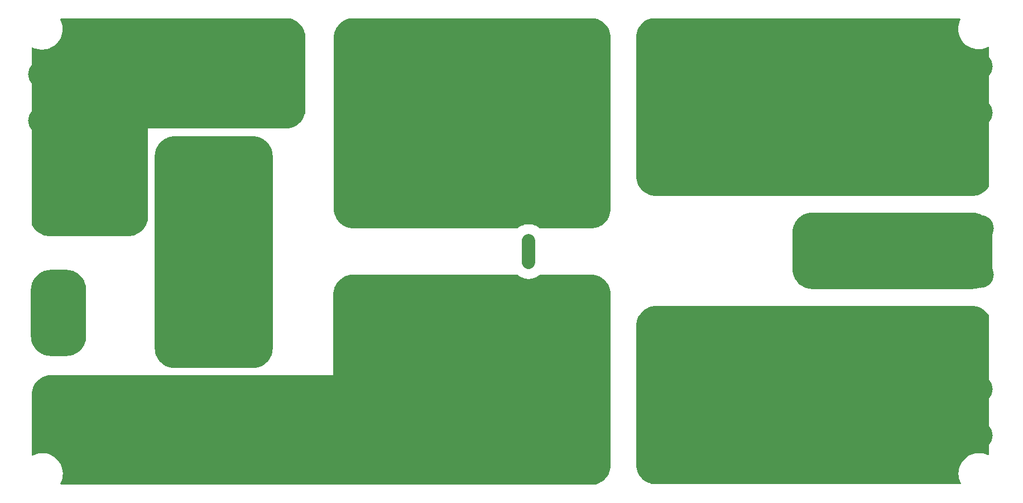
<source format=gbr>
%TF.GenerationSoftware,KiCad,Pcbnew,(6.0.0)*%
%TF.CreationDate,2022-08-03T23:01:30+01:00*%
%TF.ProjectId,EMI-DC BLOCKR FILTER,454d492d-4443-4204-924c-4f434b522046,rev?*%
%TF.SameCoordinates,Original*%
%TF.FileFunction,Copper,L1,Top*%
%TF.FilePolarity,Positive*%
%FSLAX46Y46*%
G04 Gerber Fmt 4.6, Leading zero omitted, Abs format (unit mm)*
G04 Created by KiCad (PCBNEW (6.0.0)) date 2022-08-03 23:01:30*
%MOMM*%
%LPD*%
G01*
G04 APERTURE LIST*
%TA.AperFunction,ComponentPad*%
%ADD10C,2.400000*%
%TD*%
%TA.AperFunction,ComponentPad*%
%ADD11R,2.400000X2.400000*%
%TD*%
%TA.AperFunction,ComponentPad*%
%ADD12O,2.400000X2.400000*%
%TD*%
%TA.AperFunction,ComponentPad*%
%ADD13C,5.000000*%
%TD*%
%TA.AperFunction,ComponentPad*%
%ADD14C,4.000000*%
%TD*%
%TA.AperFunction,ComponentPad*%
%ADD15C,2.000000*%
%TD*%
%TA.AperFunction,ComponentPad*%
%ADD16O,1.600000X1.600000*%
%TD*%
%TA.AperFunction,ComponentPad*%
%ADD17R,4.000000X4.000000*%
%TD*%
%TA.AperFunction,ComponentPad*%
%ADD18C,1.600000*%
%TD*%
%TA.AperFunction,ComponentPad*%
%ADD19C,2.857500*%
%TD*%
%TA.AperFunction,ComponentPad*%
%ADD20R,2.857500X2.857500*%
%TD*%
%TA.AperFunction,ViaPad*%
%ADD21C,1.500000*%
%TD*%
%TA.AperFunction,Conductor*%
%ADD22C,2.000000*%
%TD*%
G04 APERTURE END LIST*
D10*
%TO.P,,1*%
%TO.N,/HOT_OUT*%
X186639200Y-108051600D03*
%TD*%
%TO.P,,2*%
%TO.N,/NEUTRAL_IN*%
X130606800Y-80518000D03*
%TD*%
D11*
%TO.P,D4,1,K*%
%TO.N,/HOT_IN*%
X80037756Y-124026917D03*
D12*
%TO.P,D4,2,A*%
%TO.N,Net-(D1-Pad2)*%
X80037756Y-108786917D03*
%TD*%
D10*
%TO.P,,2*%
%TO.N,/NEUTRAL_OUT*%
X186588400Y-88036400D03*
%TD*%
D13*
%TO.P,J2,1,Pin_1*%
%TO.N,/EARTH*%
X219475349Y-97915616D03*
D14*
X222015349Y-94415616D03*
X217011549Y-101426016D03*
X222015349Y-101426016D03*
X217011549Y-94415616D03*
%TD*%
D11*
%TO.P,D3,1,K*%
%TO.N,Net-(D1-Pad2)*%
X84203356Y-108786917D03*
D12*
%TO.P,D3,2,A*%
%TO.N,/HOT_IN*%
X84203356Y-124026917D03*
%TD*%
D15*
%TO.P,,2*%
%TO.N,/NEUTRAL_OUT*%
X196545200Y-80365600D03*
%TD*%
D16*
%TO.P,,2*%
%TO.N,/NEUTRAL_IN*%
X153466800Y-84582000D03*
%TD*%
D11*
%TO.P,D1,1,K*%
%TO.N,/DC_IN*%
X84203356Y-90600517D03*
D12*
%TO.P,D1,2,A*%
%TO.N,Net-(D1-Pad2)*%
X84203356Y-105840517D03*
%TD*%
D17*
%TO.P,C1,1*%
%TO.N,Net-(C1-Pad1)*%
X105363357Y-84827400D03*
D14*
%TO.P,C1,2*%
%TO.N,/DC_IN*%
X105363357Y-74827400D03*
%TD*%
D10*
%TO.P,,2*%
%TO.N,/NEUTRAL_OUT*%
X186639200Y-80467200D03*
%TD*%
D11*
%TO.P,D2,1,K*%
%TO.N,Net-(D1-Pad2)*%
X80037756Y-105840517D03*
D12*
%TO.P,D2,2,A*%
%TO.N,/DC_IN*%
X80037756Y-90600517D03*
%TD*%
D10*
%TO.P,,2*%
%TO.N,/NEUTRAL_IN*%
X144513993Y-80518000D03*
%TD*%
%TO.P,C4,1*%
%TO.N,/HOT_IN*%
X144526000Y-111709200D03*
%TO.P,C4,2*%
%TO.N,/NEUTRAL_IN*%
X144526000Y-84209200D03*
%TD*%
%TO.P,C5,1*%
%TO.N,/HOT_OUT*%
X186639200Y-111709200D03*
%TO.P,C5,2*%
%TO.N,/NEUTRAL_OUT*%
X186639200Y-84209200D03*
%TD*%
%TO.P,,2*%
%TO.N,/NEUTRAL_OUT*%
X206400400Y-88036400D03*
%TD*%
D18*
%TO.P,,1*%
%TO.N,/HOT_IN*%
X153466800Y-109270800D03*
%TD*%
D15*
%TO.P,,1*%
%TO.N,/HOT_OUT*%
X196545200Y-115468400D03*
%TD*%
D10*
%TO.P,,1*%
%TO.N,/HOT_OUT*%
X206400400Y-108051600D03*
%TD*%
%TO.P,,1*%
%TO.N,/HOT_OUT*%
X186639200Y-115417600D03*
%TD*%
D16*
%TO.P,,2*%
%TO.N,/NEUTRAL_IN*%
X153466800Y-86614000D03*
%TD*%
D10*
%TO.P,,1*%
%TO.N,/HOT_IN*%
X144526000Y-108000800D03*
%TD*%
%TO.P,R4,1*%
%TO.N,/NEUTRAL_IN*%
X157480000Y-72254400D03*
D12*
%TO.P,R4,2*%
%TO.N,/NEUTRAL_OUT*%
X177800000Y-72254400D03*
%TD*%
D18*
%TO.P,R1,1*%
%TO.N,/HOT_IN*%
X153466800Y-107230200D03*
D16*
%TO.P,R1,2*%
%TO.N,Net-(R1-Pad2)*%
X153466800Y-99610200D03*
%TD*%
D10*
%TO.P,,2*%
%TO.N,/NEUTRAL_IN*%
X130606800Y-88036400D03*
%TD*%
D18*
%TO.P,R2,1*%
%TO.N,Net-(R1-Pad2)*%
X153466800Y-96308200D03*
D16*
%TO.P,R2,2*%
%TO.N,/NEUTRAL_IN*%
X153466800Y-88688200D03*
%TD*%
D10*
%TO.P,,1*%
%TO.N,/HOT_IN*%
X130606800Y-108000800D03*
%TD*%
%TO.P,R3,1*%
%TO.N,/HOT_IN*%
X157480000Y-122800400D03*
D12*
%TO.P,R3,2*%
%TO.N,/HOT_OUT*%
X177800000Y-122800400D03*
%TD*%
D17*
%TO.P,C2,1*%
%TO.N,Net-(C1-Pad1)*%
X105363357Y-111294200D03*
D14*
%TO.P,C2,2*%
%TO.N,/HOT_IN*%
X105363357Y-121294200D03*
%TD*%
D10*
%TO.P,,1*%
%TO.N,/HOT_IN*%
X144526000Y-115468400D03*
%TD*%
D15*
%TO.P,,2*%
%TO.N,/NEUTRAL_OUT*%
X196545200Y-86918800D03*
%TD*%
%TO.P,,1*%
%TO.N,/HOT_OUT*%
X196545200Y-108915200D03*
%TD*%
D14*
%TO.P,J4,1,Pin_1*%
%TO.N,/HOT_OUT*%
X216824907Y-125817135D03*
X221828707Y-118806735D03*
X221828707Y-125817135D03*
X216824907Y-118806735D03*
D13*
X219288707Y-122306735D03*
%TD*%
D10*
%TO.P,C3,1*%
%TO.N,/HOT_IN*%
X130606800Y-111709200D03*
%TO.P,C3,2*%
%TO.N,/NEUTRAL_IN*%
X130606800Y-84209200D03*
%TD*%
D15*
%TO.P,C8,1*%
%TO.N,/EARTH*%
X196545200Y-93709200D03*
%TO.P,C8,2*%
%TO.N,/NEUTRAL_OUT*%
X196545200Y-83709200D03*
%TD*%
D10*
%TO.P,C6,1*%
%TO.N,/HOT_OUT*%
X206400400Y-111709200D03*
%TO.P,C6,2*%
%TO.N,/NEUTRAL_OUT*%
X206400400Y-84209200D03*
%TD*%
D18*
%TO.P,,1*%
%TO.N,/HOT_IN*%
X153466800Y-111302800D03*
%TD*%
D14*
%TO.P,J6,1,Pin_1*%
%TO.N,/NEUTRAL_OUT*%
X216894757Y-76876903D03*
X221898557Y-76876903D03*
X216894757Y-69866503D03*
X221898557Y-69866503D03*
D13*
X219358557Y-73366503D03*
%TD*%
D10*
%TO.P,,1*%
%TO.N,/HOT_IN*%
X130606800Y-115468400D03*
%TD*%
D14*
%TO.P,J1,1,Pin_1*%
%TO.N,/DC_IN*%
X84578006Y-78103717D03*
X84578006Y-71093317D03*
X79574206Y-78103717D03*
D13*
X82038006Y-74593317D03*
D14*
X79574206Y-71093317D03*
%TD*%
D10*
%TO.P,,1*%
%TO.N,/HOT_OUT*%
X206400400Y-115417600D03*
%TD*%
%TO.P,,2*%
%TO.N,/NEUTRAL_IN*%
X144513993Y-88036400D03*
%TD*%
D15*
%TO.P,C7,1*%
%TO.N,/HOT_OUT*%
X196545200Y-112209200D03*
%TO.P,C7,2*%
%TO.N,/EARTH*%
X196545200Y-102209200D03*
%TD*%
D10*
%TO.P,,2*%
%TO.N,/NEUTRAL_OUT*%
X206451200Y-80467200D03*
%TD*%
D14*
%TO.P,J3,1,Pin_1*%
%TO.N,/NEUTRAL_IN*%
X136230707Y-69593750D03*
X129220307Y-74597550D03*
X136230707Y-74597550D03*
X129220307Y-69593750D03*
D13*
X132720307Y-72133750D03*
%TD*%
D19*
%TO.P,FL1,1,1*%
%TO.N,/HOT_IN*%
X158648400Y-112525897D03*
D20*
%TO.P,FL1,2,2*%
%TO.N,/HOT_OUT*%
X176428400Y-112525897D03*
D19*
%TO.P,FL1,3,3*%
%TO.N,/NEUTRAL_IN*%
X158648400Y-82045897D03*
%TO.P,FL1,4,4*%
%TO.N,/NEUTRAL_OUT*%
X176428400Y-82045897D03*
%TD*%
D21*
%TO.N,/HOT_IN*%
X143459200Y-127000000D03*
X130759200Y-121920000D03*
X135839200Y-129540000D03*
X128219200Y-119380000D03*
X143459200Y-124460000D03*
X143459200Y-129540000D03*
X130759200Y-129540000D03*
X140919200Y-124460000D03*
X145999200Y-127000000D03*
X145999200Y-121920000D03*
X133299200Y-129540000D03*
X128219200Y-127000000D03*
X140919200Y-129540000D03*
X138379200Y-129540000D03*
X138379200Y-124460000D03*
X130759200Y-119380000D03*
X133299200Y-119380000D03*
X135839200Y-124460000D03*
X145999200Y-119380000D03*
X133299200Y-124460000D03*
X130759200Y-124460000D03*
X138379200Y-121920000D03*
X130759200Y-127000000D03*
X138379200Y-119380000D03*
X135839200Y-121920000D03*
X140919200Y-121920000D03*
X133299200Y-121920000D03*
X145999200Y-129540000D03*
X145999200Y-124460000D03*
X135839200Y-127000000D03*
X128219200Y-124460000D03*
X140919200Y-119380000D03*
X133299200Y-127000000D03*
X138379200Y-127000000D03*
X143459200Y-121920000D03*
X135839200Y-119380000D03*
X128219200Y-121920000D03*
X128219200Y-129540000D03*
X143459200Y-119380000D03*
X140919200Y-127000000D03*
%TO.N,/HOT_OUT*%
X187858400Y-129540000D03*
X198018400Y-121920000D03*
X192938400Y-124460000D03*
X198018400Y-124460000D03*
X195478400Y-121920000D03*
X198018400Y-129540000D03*
X200558400Y-127000000D03*
X200558400Y-124460000D03*
X192938400Y-129540000D03*
X192938400Y-119380000D03*
X195478400Y-119380000D03*
X187858400Y-119380000D03*
X203098400Y-124460000D03*
X205638400Y-121920000D03*
X205638400Y-119380000D03*
X203098400Y-129540000D03*
X192938400Y-121920000D03*
X200558400Y-121920000D03*
X190398400Y-121920000D03*
X205638400Y-129540000D03*
X195478400Y-127000000D03*
X190398400Y-127000000D03*
X198018400Y-127000000D03*
X200558400Y-129540000D03*
X195478400Y-129540000D03*
X190398400Y-124460000D03*
X200558400Y-119380000D03*
X203098400Y-121920000D03*
X205638400Y-124460000D03*
X192938400Y-127000000D03*
X203098400Y-119380000D03*
X190398400Y-129540000D03*
X190398400Y-119380000D03*
X195478400Y-124460000D03*
X187858400Y-124460000D03*
X187858400Y-127000000D03*
X198018400Y-119380000D03*
X203098400Y-127000000D03*
X205638400Y-127000000D03*
X187858400Y-121920000D03*
%TO.N,/NEUTRAL_OUT*%
X203047600Y-71018400D03*
X200507600Y-71018400D03*
X197967600Y-73558400D03*
X195427600Y-71018400D03*
X203047600Y-73558400D03*
X203047600Y-68478400D03*
X187807600Y-76098400D03*
X205587600Y-65938400D03*
X190347600Y-68478400D03*
X190347600Y-71018400D03*
X205587600Y-71018400D03*
X192887600Y-68478400D03*
X190347600Y-73558400D03*
X192887600Y-71018400D03*
X197967600Y-76098400D03*
X192887600Y-76098400D03*
X195427600Y-73558400D03*
X203047600Y-76098400D03*
X200507600Y-68478400D03*
X203047600Y-65938400D03*
X200507600Y-73558400D03*
X197967600Y-71018400D03*
X190347600Y-65938400D03*
X192887600Y-73558400D03*
X205587600Y-73558400D03*
X190347600Y-76098400D03*
X192887600Y-65938400D03*
X187807600Y-65938400D03*
X195427600Y-76098400D03*
X205587600Y-68478400D03*
X187807600Y-68478400D03*
X205587600Y-76098400D03*
X197967600Y-68478400D03*
X195427600Y-68478400D03*
X197967600Y-65938400D03*
X187807600Y-73558400D03*
X200507600Y-76098400D03*
X187807600Y-71018400D03*
X195427600Y-65938400D03*
X200507600Y-65938400D03*
%TD*%
D22*
%TO.N,Net-(R1-Pad2)*%
X153466800Y-96308200D02*
X153466800Y-99610200D01*
%TD*%
%TA.AperFunction,Conductor*%
%TO.N,/NEUTRAL_IN*%
G36*
X163605729Y-62617324D02*
G01*
X163896847Y-62701194D01*
X163910168Y-62705855D01*
X164207918Y-62829187D01*
X164220641Y-62835314D01*
X164436931Y-62954853D01*
X164502706Y-62991206D01*
X164514670Y-62998724D01*
X164777494Y-63185209D01*
X164788540Y-63194018D01*
X165028843Y-63408765D01*
X165038835Y-63418757D01*
X165253582Y-63659060D01*
X165262391Y-63670106D01*
X165448876Y-63932930D01*
X165456394Y-63944894D01*
X165612284Y-64226955D01*
X165618413Y-64239682D01*
X165741745Y-64537432D01*
X165746406Y-64550753D01*
X165808007Y-64764572D01*
X165835625Y-64860438D01*
X165838769Y-64874213D01*
X165892752Y-65191931D01*
X165894334Y-65205972D01*
X165912602Y-65531274D01*
X165912800Y-65538339D01*
X165912800Y-91433661D01*
X165912602Y-91440726D01*
X165894334Y-91766028D01*
X165892752Y-91780069D01*
X165838769Y-92097787D01*
X165835625Y-92111562D01*
X165746406Y-92421247D01*
X165741745Y-92434568D01*
X165618415Y-92732314D01*
X165612284Y-92745045D01*
X165456394Y-93027106D01*
X165448876Y-93039070D01*
X165262391Y-93301894D01*
X165253582Y-93312940D01*
X165038835Y-93553243D01*
X165028843Y-93563235D01*
X164788540Y-93777982D01*
X164777494Y-93786791D01*
X164514670Y-93973276D01*
X164502706Y-93980794D01*
X164220641Y-94136686D01*
X164207918Y-94142813D01*
X163910168Y-94266145D01*
X163896847Y-94270806D01*
X163683028Y-94332407D01*
X163587162Y-94360025D01*
X163573387Y-94363169D01*
X163414528Y-94390161D01*
X163255664Y-94417153D01*
X163241632Y-94418734D01*
X162950177Y-94435101D01*
X162916326Y-94437002D01*
X162909261Y-94437200D01*
X155177054Y-94437200D01*
X155108933Y-94417198D01*
X155090800Y-94403049D01*
X155066717Y-94380433D01*
X155066716Y-94380432D01*
X155063830Y-94377722D01*
X155060626Y-94375394D01*
X154812493Y-94195115D01*
X154812488Y-94195112D01*
X154809284Y-94192784D01*
X154533566Y-94041206D01*
X154361994Y-93973276D01*
X154244708Y-93926839D01*
X154244705Y-93926838D01*
X154241025Y-93925381D01*
X154237191Y-93924397D01*
X154237183Y-93924394D01*
X154048726Y-93876007D01*
X153936273Y-93847134D01*
X153932345Y-93846638D01*
X153932341Y-93846637D01*
X153808425Y-93830983D01*
X153624118Y-93807700D01*
X153309482Y-93807700D01*
X153125175Y-93830983D01*
X153001259Y-93846637D01*
X153001255Y-93846638D01*
X152997327Y-93847134D01*
X152884874Y-93876007D01*
X152696417Y-93924394D01*
X152696409Y-93924397D01*
X152692575Y-93925381D01*
X152688895Y-93926838D01*
X152688892Y-93926839D01*
X152571606Y-93973276D01*
X152400034Y-94041206D01*
X152124316Y-94192784D01*
X152121112Y-94195112D01*
X152121107Y-94195115D01*
X151872974Y-94375394D01*
X151869770Y-94377722D01*
X151866884Y-94380432D01*
X151866883Y-94380433D01*
X151842800Y-94403049D01*
X151779450Y-94435101D01*
X151756546Y-94437200D01*
X126904739Y-94437200D01*
X126897674Y-94437002D01*
X126863823Y-94435101D01*
X126572368Y-94418734D01*
X126558336Y-94417153D01*
X126399472Y-94390161D01*
X126240613Y-94363169D01*
X126226838Y-94360025D01*
X126130972Y-94332407D01*
X125917153Y-94270806D01*
X125903832Y-94266145D01*
X125606082Y-94142813D01*
X125593359Y-94136686D01*
X125311294Y-93980794D01*
X125299330Y-93973276D01*
X125036506Y-93786791D01*
X125025460Y-93777982D01*
X124785157Y-93563235D01*
X124775165Y-93553243D01*
X124560418Y-93312940D01*
X124551609Y-93301894D01*
X124365124Y-93039070D01*
X124357606Y-93027106D01*
X124201716Y-92745045D01*
X124195585Y-92732314D01*
X124072255Y-92434568D01*
X124067594Y-92421247D01*
X123978375Y-92111562D01*
X123975231Y-92097787D01*
X123921248Y-91780069D01*
X123919666Y-91766028D01*
X123901398Y-91440726D01*
X123901200Y-91433661D01*
X123901200Y-65538339D01*
X123901398Y-65531274D01*
X123919666Y-65205972D01*
X123921248Y-65191931D01*
X123975231Y-64874213D01*
X123978375Y-64860438D01*
X124005993Y-64764572D01*
X124067594Y-64550753D01*
X124072255Y-64537432D01*
X124195587Y-64239682D01*
X124201716Y-64226955D01*
X124357606Y-63944894D01*
X124365124Y-63932930D01*
X124551609Y-63670106D01*
X124560418Y-63659060D01*
X124775165Y-63418757D01*
X124785157Y-63408765D01*
X125025460Y-63194018D01*
X125036506Y-63185209D01*
X125299330Y-62998724D01*
X125311294Y-62991206D01*
X125377069Y-62954853D01*
X125593359Y-62835314D01*
X125606082Y-62829187D01*
X125903832Y-62705855D01*
X125917153Y-62701194D01*
X126208271Y-62617324D01*
X126243151Y-62612400D01*
X163570849Y-62612400D01*
X163605729Y-62617324D01*
G37*
%TD.AperFunction*%
%TD*%
%TA.AperFunction,Conductor*%
%TO.N,Net-(D1-Pad2)*%
G36*
X83348633Y-100736598D02*
G01*
X83673939Y-100754866D01*
X83687971Y-100756447D01*
X83846835Y-100783440D01*
X84005694Y-100810431D01*
X84019469Y-100813575D01*
X84115335Y-100841193D01*
X84329154Y-100902794D01*
X84342475Y-100907455D01*
X84640225Y-101030787D01*
X84652948Y-101036914D01*
X84869238Y-101156453D01*
X84935013Y-101192806D01*
X84946977Y-101200324D01*
X85209801Y-101386809D01*
X85220847Y-101395618D01*
X85461150Y-101610365D01*
X85471142Y-101620357D01*
X85685889Y-101860660D01*
X85694698Y-101871706D01*
X85881183Y-102134530D01*
X85888701Y-102146494D01*
X86044591Y-102428555D01*
X86050720Y-102441282D01*
X86174052Y-102739032D01*
X86178713Y-102752353D01*
X86240314Y-102966172D01*
X86267932Y-103062038D01*
X86271076Y-103075813D01*
X86325059Y-103393531D01*
X86326641Y-103407572D01*
X86344909Y-103732874D01*
X86345107Y-103739939D01*
X86345107Y-110788461D01*
X86344909Y-110795526D01*
X86326641Y-111120828D01*
X86325059Y-111134869D01*
X86271076Y-111452587D01*
X86267932Y-111466362D01*
X86178713Y-111776047D01*
X86174052Y-111789368D01*
X86050722Y-112087114D01*
X86044591Y-112099845D01*
X85888701Y-112381906D01*
X85881183Y-112393870D01*
X85694698Y-112656694D01*
X85685889Y-112667740D01*
X85471142Y-112908043D01*
X85461150Y-112918035D01*
X85220847Y-113132782D01*
X85209801Y-113141591D01*
X84946977Y-113328076D01*
X84935013Y-113335594D01*
X84652948Y-113491486D01*
X84640225Y-113497613D01*
X84342475Y-113620945D01*
X84329154Y-113625606D01*
X84115335Y-113687207D01*
X84019469Y-113714825D01*
X84005694Y-113717969D01*
X83846835Y-113744961D01*
X83687971Y-113771953D01*
X83673939Y-113773534D01*
X83348633Y-113791802D01*
X83341568Y-113792000D01*
X80966646Y-113792000D01*
X80959581Y-113791802D01*
X80634275Y-113773534D01*
X80620243Y-113771953D01*
X80461379Y-113744961D01*
X80302520Y-113717969D01*
X80288745Y-113714825D01*
X80192879Y-113687207D01*
X79979060Y-113625606D01*
X79965739Y-113620945D01*
X79667989Y-113497613D01*
X79655266Y-113491486D01*
X79373201Y-113335594D01*
X79361237Y-113328076D01*
X79098413Y-113141591D01*
X79087367Y-113132782D01*
X78847064Y-112918035D01*
X78837072Y-112908043D01*
X78622325Y-112667740D01*
X78613516Y-112656694D01*
X78427031Y-112393870D01*
X78419513Y-112381906D01*
X78263623Y-112099845D01*
X78257492Y-112087114D01*
X78134162Y-111789368D01*
X78129501Y-111776047D01*
X78040282Y-111466362D01*
X78037138Y-111452587D01*
X77983155Y-111134869D01*
X77981573Y-111120828D01*
X77963305Y-110795526D01*
X77963107Y-110788461D01*
X77963107Y-103739939D01*
X77963305Y-103732874D01*
X77981573Y-103407572D01*
X77983155Y-103393531D01*
X78037138Y-103075813D01*
X78040282Y-103062038D01*
X78067900Y-102966172D01*
X78129501Y-102752353D01*
X78134162Y-102739032D01*
X78257494Y-102441282D01*
X78263623Y-102428555D01*
X78419513Y-102146494D01*
X78427031Y-102134530D01*
X78613516Y-101871706D01*
X78622325Y-101860660D01*
X78837072Y-101620357D01*
X78847064Y-101610365D01*
X79087367Y-101395618D01*
X79098413Y-101386809D01*
X79361237Y-101200324D01*
X79373201Y-101192806D01*
X79438976Y-101156453D01*
X79655266Y-101036914D01*
X79667989Y-101030787D01*
X79965739Y-100907455D01*
X79979060Y-100902794D01*
X80192879Y-100841193D01*
X80288745Y-100813575D01*
X80302520Y-100810431D01*
X80461379Y-100783440D01*
X80620243Y-100756447D01*
X80634275Y-100754866D01*
X80959581Y-100736598D01*
X80966646Y-100736400D01*
X83341568Y-100736400D01*
X83348633Y-100736598D01*
G37*
%TD.AperFunction*%
%TD*%
%TA.AperFunction,Conductor*%
%TO.N,/HOT_IN*%
G36*
X151788886Y-101467602D02*
G01*
X151807018Y-101481750D01*
X151849487Y-101521631D01*
X151869770Y-101540678D01*
X151872972Y-101543005D01*
X151872974Y-101543006D01*
X152121107Y-101723285D01*
X152121112Y-101723288D01*
X152124316Y-101725616D01*
X152400034Y-101877194D01*
X152486742Y-101911524D01*
X152688892Y-101991561D01*
X152688895Y-101991562D01*
X152692575Y-101993019D01*
X152696409Y-101994003D01*
X152696417Y-101994006D01*
X152884874Y-102042393D01*
X152997327Y-102071266D01*
X153001255Y-102071762D01*
X153001259Y-102071763D01*
X153125175Y-102087417D01*
X153309482Y-102110700D01*
X153624118Y-102110700D01*
X153808425Y-102087417D01*
X153932341Y-102071763D01*
X153932345Y-102071762D01*
X153936273Y-102071266D01*
X154048726Y-102042393D01*
X154237183Y-101994006D01*
X154237191Y-101994003D01*
X154241025Y-101993019D01*
X154244705Y-101991562D01*
X154244708Y-101991561D01*
X154446858Y-101911524D01*
X154533566Y-101877194D01*
X154809284Y-101725616D01*
X154812488Y-101723288D01*
X154812493Y-101723285D01*
X155060626Y-101543006D01*
X155060628Y-101543005D01*
X155063830Y-101540678D01*
X155084113Y-101521631D01*
X155126582Y-101481750D01*
X155189932Y-101449699D01*
X155212835Y-101447600D01*
X162894368Y-101447600D01*
X162901433Y-101447798D01*
X163226739Y-101466066D01*
X163240771Y-101467647D01*
X163399635Y-101494639D01*
X163558494Y-101521631D01*
X163572269Y-101524775D01*
X163668135Y-101552393D01*
X163881954Y-101613994D01*
X163895275Y-101618655D01*
X164193025Y-101741987D01*
X164205748Y-101748114D01*
X164422038Y-101867653D01*
X164487813Y-101904006D01*
X164499777Y-101911524D01*
X164762601Y-102098009D01*
X164773647Y-102106818D01*
X165013950Y-102321565D01*
X165023942Y-102331557D01*
X165238689Y-102571860D01*
X165247498Y-102582906D01*
X165433983Y-102845730D01*
X165441501Y-102857694D01*
X165597391Y-103139755D01*
X165603520Y-103152482D01*
X165726852Y-103450232D01*
X165731513Y-103463553D01*
X165793114Y-103677372D01*
X165820732Y-103773238D01*
X165823876Y-103787013D01*
X165877859Y-104104731D01*
X165879441Y-104118772D01*
X165897709Y-104444074D01*
X165897907Y-104451139D01*
X165897907Y-130346461D01*
X165897709Y-130353526D01*
X165879441Y-130678828D01*
X165877859Y-130692869D01*
X165823876Y-131010587D01*
X165820732Y-131024362D01*
X165731513Y-131334047D01*
X165726852Y-131347368D01*
X165633736Y-131572170D01*
X165603522Y-131645114D01*
X165597391Y-131657845D01*
X165441501Y-131939906D01*
X165433983Y-131951870D01*
X165247498Y-132214694D01*
X165238689Y-132225740D01*
X165023942Y-132466043D01*
X165013950Y-132476035D01*
X164773647Y-132690782D01*
X164762601Y-132699591D01*
X164499777Y-132886076D01*
X164487813Y-132893594D01*
X164205748Y-133049486D01*
X164193025Y-133055613D01*
X163895275Y-133178945D01*
X163881954Y-133183606D01*
X163590837Y-133267476D01*
X163555956Y-133272400D01*
X82534496Y-133272400D01*
X82466375Y-133252398D01*
X82419882Y-133198742D01*
X82409778Y-133128468D01*
X82423504Y-133086762D01*
X82503209Y-132938424D01*
X82504905Y-132935268D01*
X82635388Y-132608210D01*
X82728008Y-132268483D01*
X82781575Y-131920455D01*
X82795399Y-131568600D01*
X82769303Y-131217442D01*
X82703623Y-130871496D01*
X82599203Y-130535208D01*
X82457386Y-130212903D01*
X82279994Y-129908724D01*
X82069308Y-129626581D01*
X82066864Y-129623983D01*
X82066859Y-129623977D01*
X81830487Y-129372707D01*
X81830483Y-129372704D01*
X81828037Y-129370103D01*
X81559283Y-129142586D01*
X81266500Y-128946955D01*
X81127345Y-128875285D01*
X80956637Y-128787364D01*
X80956632Y-128787362D01*
X80953454Y-128785725D01*
X80950113Y-128784459D01*
X80950108Y-128784457D01*
X80627512Y-128662237D01*
X80627513Y-128662237D01*
X80624168Y-128660970D01*
X80620704Y-128660090D01*
X80620700Y-128660089D01*
X80286344Y-128575173D01*
X80286336Y-128575171D01*
X80282877Y-128574293D01*
X80111155Y-128550922D01*
X79936960Y-128527215D01*
X79936953Y-128527214D01*
X79933967Y-128526808D01*
X79819226Y-128522300D01*
X79601109Y-128522300D01*
X79459551Y-128530338D01*
X79342315Y-128536995D01*
X79342308Y-128536996D01*
X79338747Y-128537198D01*
X79200424Y-128560966D01*
X78995225Y-128596225D01*
X78995217Y-128596227D01*
X78991707Y-128596830D01*
X78988282Y-128597828D01*
X78988279Y-128597829D01*
X78774677Y-128660089D01*
X78653648Y-128695366D01*
X78650346Y-128696751D01*
X78650345Y-128696751D01*
X78416499Y-128794811D01*
X78328917Y-128831537D01*
X78325798Y-128833284D01*
X78279073Y-128859451D01*
X78209865Y-128875285D01*
X78143083Y-128851188D01*
X78099930Y-128794811D01*
X78091507Y-128749517D01*
X78091507Y-119315623D01*
X78093287Y-119294517D01*
X78138738Y-119027013D01*
X78141882Y-119013238D01*
X78169500Y-118917372D01*
X78231101Y-118703553D01*
X78235762Y-118690232D01*
X78359094Y-118392482D01*
X78365223Y-118379755D01*
X78521113Y-118097694D01*
X78528631Y-118085730D01*
X78715116Y-117822906D01*
X78723925Y-117811860D01*
X78938672Y-117571557D01*
X78948664Y-117561565D01*
X79188967Y-117346818D01*
X79200013Y-117338009D01*
X79462837Y-117151524D01*
X79474801Y-117144006D01*
X79540576Y-117107653D01*
X79756866Y-116988114D01*
X79769589Y-116981987D01*
X80067339Y-116858655D01*
X80080660Y-116853994D01*
X80294479Y-116792393D01*
X80390345Y-116764775D01*
X80404120Y-116761631D01*
X80562979Y-116734640D01*
X80721843Y-116707647D01*
X80735875Y-116706066D01*
X81061181Y-116687798D01*
X81068246Y-116687600D01*
X123835507Y-116687600D01*
X123835507Y-104451139D01*
X123835705Y-104444074D01*
X123853973Y-104118772D01*
X123855555Y-104104731D01*
X123909538Y-103787013D01*
X123912682Y-103773238D01*
X123940300Y-103677372D01*
X124001901Y-103463553D01*
X124006562Y-103450232D01*
X124129894Y-103152482D01*
X124136023Y-103139755D01*
X124291913Y-102857694D01*
X124299431Y-102845730D01*
X124485916Y-102582906D01*
X124494725Y-102571860D01*
X124709472Y-102331557D01*
X124719464Y-102321565D01*
X124959767Y-102106818D01*
X124970813Y-102098009D01*
X125233637Y-101911524D01*
X125245601Y-101904006D01*
X125311376Y-101867653D01*
X125527666Y-101748114D01*
X125540389Y-101741987D01*
X125838139Y-101618655D01*
X125851460Y-101613994D01*
X126065279Y-101552393D01*
X126161145Y-101524775D01*
X126174920Y-101521631D01*
X126333779Y-101494639D01*
X126492643Y-101467647D01*
X126506675Y-101466066D01*
X126831981Y-101447798D01*
X126839046Y-101447600D01*
X151720765Y-101447600D01*
X151788886Y-101467602D01*
G37*
%TD.AperFunction*%
%TD*%
%TA.AperFunction,Conductor*%
%TO.N,/DC_IN*%
G36*
X117312036Y-62617324D02*
G01*
X117603154Y-62701194D01*
X117616475Y-62705855D01*
X117914225Y-62829187D01*
X117926948Y-62835314D01*
X118143238Y-62954853D01*
X118209013Y-62991206D01*
X118220977Y-62998724D01*
X118483801Y-63185209D01*
X118494847Y-63194018D01*
X118735150Y-63408765D01*
X118745142Y-63418757D01*
X118959889Y-63659060D01*
X118968698Y-63670106D01*
X119155183Y-63932930D01*
X119162701Y-63944894D01*
X119277961Y-64153440D01*
X119318591Y-64226955D01*
X119324720Y-64239682D01*
X119448052Y-64537432D01*
X119452713Y-64550753D01*
X119514314Y-64764572D01*
X119541932Y-64860438D01*
X119545076Y-64874213D01*
X119599059Y-65191931D01*
X119600641Y-65205972D01*
X119618909Y-65531274D01*
X119619107Y-65538339D01*
X119619107Y-76295261D01*
X119618909Y-76302326D01*
X119600641Y-76627628D01*
X119599059Y-76641669D01*
X119545076Y-76959387D01*
X119541932Y-76973162D01*
X119452713Y-77282847D01*
X119448052Y-77296168D01*
X119324722Y-77593914D01*
X119318591Y-77606645D01*
X119162701Y-77888706D01*
X119155183Y-77900670D01*
X118968698Y-78163494D01*
X118959889Y-78174540D01*
X118745142Y-78414843D01*
X118735150Y-78424835D01*
X118494847Y-78639582D01*
X118483801Y-78648391D01*
X118220977Y-78834876D01*
X118209013Y-78842394D01*
X117926948Y-78998286D01*
X117914225Y-79004413D01*
X117616475Y-79127745D01*
X117603154Y-79132406D01*
X117389335Y-79194007D01*
X117293469Y-79221625D01*
X117279694Y-79224769D01*
X117120835Y-79251760D01*
X116961971Y-79278753D01*
X116947939Y-79280334D01*
X116622633Y-79298602D01*
X116615568Y-79298800D01*
X95743107Y-79298800D01*
X95743107Y-92602061D01*
X95742909Y-92609126D01*
X95724641Y-92934428D01*
X95723059Y-92948469D01*
X95669076Y-93266187D01*
X95665932Y-93279962D01*
X95576713Y-93589647D01*
X95572052Y-93602968D01*
X95448723Y-93900711D01*
X95448722Y-93900714D01*
X95442591Y-93913445D01*
X95286701Y-94195506D01*
X95279183Y-94207470D01*
X95092698Y-94470294D01*
X95083889Y-94481340D01*
X94869142Y-94721643D01*
X94859150Y-94731635D01*
X94618847Y-94946382D01*
X94607801Y-94955191D01*
X94344977Y-95141676D01*
X94333013Y-95149194D01*
X94050948Y-95305086D01*
X94038225Y-95311213D01*
X93740475Y-95434545D01*
X93727154Y-95439206D01*
X93513335Y-95500807D01*
X93417469Y-95528425D01*
X93403694Y-95531569D01*
X93244835Y-95558560D01*
X93085971Y-95585553D01*
X93071939Y-95587134D01*
X92746633Y-95605402D01*
X92739568Y-95605600D01*
X80814246Y-95605600D01*
X80807181Y-95605402D01*
X80481875Y-95587134D01*
X80467843Y-95585553D01*
X80308979Y-95558560D01*
X80150120Y-95531569D01*
X80136345Y-95528425D01*
X80040479Y-95500807D01*
X79826660Y-95439206D01*
X79813339Y-95434545D01*
X79515589Y-95311213D01*
X79502866Y-95305086D01*
X79220801Y-95149194D01*
X79208837Y-95141676D01*
X78946013Y-94955191D01*
X78934967Y-94946382D01*
X78694664Y-94731635D01*
X78684672Y-94721643D01*
X78469925Y-94481340D01*
X78461116Y-94470294D01*
X78274631Y-94207470D01*
X78267113Y-94195506D01*
X78111223Y-93913445D01*
X78105091Y-93900711D01*
X78101097Y-93891068D01*
X78091507Y-93842853D01*
X78091507Y-67108189D01*
X78111509Y-67040068D01*
X78165165Y-66993575D01*
X78235439Y-66983471D01*
X78275196Y-66996172D01*
X78376360Y-67048275D01*
X78379701Y-67049541D01*
X78379706Y-67049543D01*
X78611203Y-67137249D01*
X78705646Y-67173030D01*
X78709110Y-67173910D01*
X78709114Y-67173911D01*
X79043470Y-67258827D01*
X79043478Y-67258829D01*
X79046937Y-67259707D01*
X79218659Y-67283078D01*
X79392854Y-67306785D01*
X79392861Y-67306786D01*
X79395847Y-67307192D01*
X79510588Y-67311700D01*
X79728705Y-67311700D01*
X79870263Y-67303662D01*
X79987499Y-67297005D01*
X79987506Y-67297004D01*
X79991067Y-67296802D01*
X80129390Y-67273034D01*
X80334589Y-67237775D01*
X80334597Y-67237773D01*
X80338107Y-67237170D01*
X80341532Y-67236172D01*
X80341535Y-67236171D01*
X80672728Y-67139636D01*
X80676166Y-67138634D01*
X81000897Y-67002463D01*
X81181064Y-66901565D01*
X81305009Y-66832153D01*
X81305014Y-66832150D01*
X81308126Y-66830407D01*
X81311022Y-66828322D01*
X81311027Y-66828319D01*
X81457746Y-66722696D01*
X81593902Y-66624677D01*
X81854553Y-66387919D01*
X82086726Y-66123177D01*
X82287436Y-65833853D01*
X82454105Y-65523668D01*
X82584588Y-65196610D01*
X82677208Y-64856883D01*
X82730775Y-64508855D01*
X82744599Y-64157000D01*
X82718503Y-63805842D01*
X82652823Y-63459896D01*
X82636947Y-63408765D01*
X82570266Y-63194018D01*
X82548403Y-63123608D01*
X82490145Y-62991206D01*
X82408029Y-62804581D01*
X82408024Y-62804572D01*
X82406586Y-62801303D01*
X82404784Y-62798214D01*
X82403453Y-62795601D01*
X82390350Y-62725824D01*
X82417052Y-62660039D01*
X82475080Y-62619134D01*
X82515721Y-62612400D01*
X117277156Y-62612400D01*
X117312036Y-62617324D01*
G37*
%TD.AperFunction*%
%TD*%
%TA.AperFunction,Conductor*%
%TO.N,Net-(C1-Pad1)*%
G36*
X111644233Y-80467398D02*
G01*
X111969539Y-80485666D01*
X111983571Y-80487247D01*
X112142435Y-80514239D01*
X112301294Y-80541231D01*
X112315069Y-80544375D01*
X112410935Y-80571993D01*
X112624754Y-80633594D01*
X112638075Y-80638255D01*
X112935825Y-80761587D01*
X112948548Y-80767714D01*
X113164838Y-80887253D01*
X113230613Y-80923606D01*
X113242577Y-80931124D01*
X113505401Y-81117609D01*
X113516447Y-81126418D01*
X113756750Y-81341165D01*
X113766742Y-81351157D01*
X113981489Y-81591460D01*
X113990298Y-81602506D01*
X114176783Y-81865330D01*
X114184301Y-81877294D01*
X114340191Y-82159355D01*
X114346320Y-82172082D01*
X114469652Y-82469832D01*
X114474313Y-82483153D01*
X114535914Y-82696972D01*
X114563532Y-82792838D01*
X114566676Y-82806613D01*
X114620659Y-83124331D01*
X114622241Y-83138372D01*
X114640509Y-83463674D01*
X114640707Y-83470739D01*
X114640707Y-112617261D01*
X114640509Y-112624326D01*
X114622241Y-112949628D01*
X114620659Y-112963669D01*
X114566676Y-113281387D01*
X114563532Y-113295162D01*
X114474313Y-113604847D01*
X114469652Y-113618168D01*
X114346322Y-113915914D01*
X114340191Y-113928645D01*
X114184301Y-114210706D01*
X114176783Y-114222670D01*
X113990298Y-114485494D01*
X113981489Y-114496540D01*
X113766742Y-114736843D01*
X113756750Y-114746835D01*
X113516447Y-114961582D01*
X113505401Y-114970391D01*
X113242577Y-115156876D01*
X113230613Y-115164394D01*
X112948548Y-115320286D01*
X112935825Y-115326413D01*
X112638075Y-115449745D01*
X112624754Y-115454406D01*
X112410935Y-115516007D01*
X112315069Y-115543625D01*
X112301294Y-115546769D01*
X112142435Y-115573761D01*
X111983571Y-115600753D01*
X111969539Y-115602334D01*
X111644233Y-115620602D01*
X111637168Y-115620800D01*
X99762646Y-115620800D01*
X99755581Y-115620602D01*
X99430275Y-115602334D01*
X99416243Y-115600753D01*
X99257379Y-115573761D01*
X99098520Y-115546769D01*
X99084745Y-115543625D01*
X98988879Y-115516007D01*
X98775060Y-115454406D01*
X98761739Y-115449745D01*
X98463989Y-115326413D01*
X98451266Y-115320286D01*
X98169201Y-115164394D01*
X98157237Y-115156876D01*
X97894413Y-114970391D01*
X97883367Y-114961582D01*
X97643064Y-114746835D01*
X97633072Y-114736843D01*
X97418325Y-114496540D01*
X97409516Y-114485494D01*
X97223031Y-114222670D01*
X97215513Y-114210706D01*
X97059623Y-113928645D01*
X97053492Y-113915914D01*
X96930162Y-113618168D01*
X96925501Y-113604847D01*
X96836282Y-113295162D01*
X96833138Y-113281387D01*
X96779155Y-112963669D01*
X96777573Y-112949628D01*
X96759305Y-112624326D01*
X96759107Y-112617261D01*
X96759107Y-83470739D01*
X96759305Y-83463674D01*
X96777573Y-83138372D01*
X96779155Y-83124331D01*
X96833138Y-82806613D01*
X96836282Y-82792838D01*
X96863900Y-82696972D01*
X96925501Y-82483153D01*
X96930162Y-82469832D01*
X97053494Y-82172082D01*
X97059623Y-82159355D01*
X97215513Y-81877294D01*
X97223031Y-81865330D01*
X97409516Y-81602506D01*
X97418325Y-81591460D01*
X97633072Y-81351157D01*
X97643064Y-81341165D01*
X97883367Y-81126418D01*
X97894413Y-81117609D01*
X98157237Y-80931124D01*
X98169201Y-80923606D01*
X98234976Y-80887253D01*
X98451266Y-80767714D01*
X98463989Y-80761587D01*
X98761739Y-80638255D01*
X98775060Y-80633594D01*
X98988879Y-80571993D01*
X99084745Y-80544375D01*
X99098520Y-80541231D01*
X99257379Y-80514239D01*
X99416243Y-80487247D01*
X99430275Y-80485666D01*
X99755581Y-80467398D01*
X99762646Y-80467200D01*
X111637168Y-80467200D01*
X111644233Y-80467398D01*
G37*
%TD.AperFunction*%
%TD*%
%TA.AperFunction,Conductor*%
%TO.N,/NEUTRAL_OUT*%
G36*
X218896447Y-62632402D02*
G01*
X218942940Y-62686058D01*
X218953044Y-62756332D01*
X218939318Y-62798038D01*
X218912509Y-62847932D01*
X218782026Y-63174990D01*
X218689406Y-63514717D01*
X218635839Y-63862745D01*
X218622015Y-64214600D01*
X218648111Y-64565758D01*
X218713791Y-64911704D01*
X218818211Y-65247992D01*
X218960028Y-65570297D01*
X219137420Y-65874476D01*
X219348106Y-66156619D01*
X219350550Y-66159217D01*
X219350555Y-66159223D01*
X219586927Y-66410493D01*
X219589377Y-66413097D01*
X219858131Y-66640614D01*
X220150914Y-66836245D01*
X220154096Y-66837884D01*
X220154098Y-66837885D01*
X220460777Y-66995836D01*
X220460782Y-66995838D01*
X220463960Y-66997475D01*
X220467301Y-66998741D01*
X220467306Y-66998743D01*
X220698803Y-67086449D01*
X220793246Y-67122230D01*
X220796710Y-67123110D01*
X220796714Y-67123111D01*
X221131070Y-67208027D01*
X221131078Y-67208029D01*
X221134537Y-67208907D01*
X221306259Y-67232278D01*
X221480454Y-67255985D01*
X221480461Y-67255986D01*
X221483447Y-67256392D01*
X221598188Y-67260900D01*
X221816305Y-67260900D01*
X221957863Y-67252862D01*
X222075099Y-67246205D01*
X222075106Y-67246204D01*
X222078667Y-67246002D01*
X222216990Y-67222234D01*
X222422189Y-67186975D01*
X222422197Y-67186973D01*
X222425707Y-67186370D01*
X222429132Y-67185372D01*
X222429135Y-67185371D01*
X222760328Y-67088836D01*
X222763766Y-67087834D01*
X222767069Y-67086449D01*
X223085204Y-66953044D01*
X223085206Y-66953043D01*
X223088497Y-66951663D01*
X223138341Y-66923749D01*
X223207549Y-66907915D01*
X223274331Y-66932012D01*
X223317484Y-66988389D01*
X223325907Y-67033683D01*
X223325907Y-88048999D01*
X223302667Y-88121912D01*
X223123591Y-88374294D01*
X223114782Y-88385340D01*
X222900035Y-88625643D01*
X222890043Y-88635635D01*
X222649740Y-88850382D01*
X222638694Y-88859191D01*
X222375870Y-89045676D01*
X222363906Y-89053194D01*
X222081841Y-89209086D01*
X222069118Y-89215213D01*
X221771368Y-89338545D01*
X221758047Y-89343206D01*
X221544228Y-89404807D01*
X221448362Y-89432425D01*
X221434587Y-89435569D01*
X221275728Y-89462561D01*
X221116864Y-89489553D01*
X221102832Y-89491134D01*
X220777526Y-89509402D01*
X220770461Y-89509600D01*
X172777139Y-89509600D01*
X172770074Y-89509402D01*
X172444768Y-89491134D01*
X172430736Y-89489553D01*
X172271872Y-89462561D01*
X172113013Y-89435569D01*
X172099238Y-89432425D01*
X172003372Y-89404807D01*
X171789553Y-89343206D01*
X171776232Y-89338545D01*
X171478482Y-89215213D01*
X171465759Y-89209086D01*
X171183694Y-89053194D01*
X171171730Y-89045676D01*
X170908906Y-88859191D01*
X170897860Y-88850382D01*
X170657557Y-88635635D01*
X170647565Y-88625643D01*
X170432818Y-88385340D01*
X170424009Y-88374294D01*
X170237524Y-88111470D01*
X170230006Y-88099506D01*
X170074116Y-87817445D01*
X170067985Y-87804714D01*
X169944655Y-87506968D01*
X169939994Y-87493647D01*
X169850775Y-87183962D01*
X169847631Y-87170187D01*
X169793648Y-86852469D01*
X169792066Y-86838428D01*
X169773798Y-86513126D01*
X169773600Y-86506061D01*
X169773600Y-65487539D01*
X169773798Y-65480474D01*
X169792066Y-65155172D01*
X169793648Y-65141131D01*
X169847631Y-64823413D01*
X169850775Y-64809638D01*
X169920024Y-64569270D01*
X169939994Y-64499953D01*
X169944655Y-64486632D01*
X170067987Y-64188882D01*
X170074116Y-64176155D01*
X170230006Y-63894094D01*
X170237524Y-63882130D01*
X170424009Y-63619306D01*
X170432818Y-63608260D01*
X170647565Y-63367957D01*
X170657557Y-63357965D01*
X170897860Y-63143218D01*
X170908906Y-63134409D01*
X171171730Y-62947924D01*
X171183694Y-62940406D01*
X171441289Y-62798038D01*
X171465759Y-62784514D01*
X171478482Y-62778387D01*
X171776232Y-62655055D01*
X171789553Y-62650394D01*
X171904341Y-62617324D01*
X171939221Y-62612400D01*
X218828326Y-62612400D01*
X218896447Y-62632402D01*
G37*
%TD.AperFunction*%
%TD*%
%TA.AperFunction,Conductor*%
%TO.N,/HOT_OUT*%
G36*
X220777526Y-106222998D02*
G01*
X221102832Y-106241266D01*
X221116864Y-106242847D01*
X221275728Y-106269839D01*
X221434587Y-106296831D01*
X221448362Y-106299975D01*
X221544228Y-106327593D01*
X221758047Y-106389194D01*
X221771368Y-106393855D01*
X222069118Y-106517187D01*
X222081841Y-106523314D01*
X222298131Y-106642853D01*
X222363906Y-106679206D01*
X222375870Y-106686724D01*
X222638694Y-106873209D01*
X222649740Y-106882018D01*
X222890043Y-107096765D01*
X222900035Y-107106757D01*
X223114782Y-107347060D01*
X223123591Y-107358106D01*
X223302667Y-107610488D01*
X223325907Y-107683401D01*
X223325907Y-128725811D01*
X223305905Y-128793932D01*
X223252249Y-128840425D01*
X223181975Y-128850529D01*
X223142218Y-128837828D01*
X223041054Y-128785725D01*
X223037713Y-128784459D01*
X223037708Y-128784457D01*
X222715112Y-128662237D01*
X222715113Y-128662237D01*
X222711768Y-128660970D01*
X222708304Y-128660090D01*
X222708300Y-128660089D01*
X222373944Y-128575173D01*
X222373936Y-128575171D01*
X222370477Y-128574293D01*
X222198755Y-128550922D01*
X222024560Y-128527215D01*
X222024553Y-128527214D01*
X222021567Y-128526808D01*
X221906826Y-128522300D01*
X221688709Y-128522300D01*
X221547151Y-128530338D01*
X221429915Y-128536995D01*
X221429908Y-128536996D01*
X221426347Y-128537198D01*
X221288024Y-128560966D01*
X221082825Y-128596225D01*
X221082817Y-128596227D01*
X221079307Y-128596830D01*
X221075882Y-128597828D01*
X221075879Y-128597829D01*
X220862277Y-128660089D01*
X220741248Y-128695366D01*
X220416517Y-128831537D01*
X220262902Y-128917565D01*
X220112405Y-129001847D01*
X220112400Y-129001850D01*
X220109288Y-129003593D01*
X220106392Y-129005678D01*
X220106387Y-129005681D01*
X219959668Y-129111304D01*
X219823512Y-129209323D01*
X219562861Y-129446081D01*
X219330688Y-129710823D01*
X219129978Y-130000147D01*
X218963309Y-130310332D01*
X218832826Y-130637390D01*
X218740206Y-130977117D01*
X218686639Y-131325145D01*
X218686499Y-131328709D01*
X218678060Y-131543514D01*
X218672815Y-131677000D01*
X218698911Y-132028158D01*
X218764591Y-132374104D01*
X218869011Y-132710392D01*
X219010828Y-133032697D01*
X219026124Y-133058925D01*
X219043162Y-133127847D01*
X219020234Y-133195039D01*
X218964619Y-133239169D01*
X218917280Y-133248400D01*
X172777139Y-133248400D01*
X172770074Y-133248202D01*
X172444768Y-133229934D01*
X172430736Y-133228353D01*
X172271872Y-133201360D01*
X172113013Y-133174369D01*
X172099238Y-133171225D01*
X171948669Y-133127847D01*
X171789553Y-133082006D01*
X171776232Y-133077345D01*
X171478482Y-132954013D01*
X171465759Y-132947886D01*
X171183694Y-132791994D01*
X171171730Y-132784476D01*
X170908906Y-132597991D01*
X170897860Y-132589182D01*
X170657557Y-132374435D01*
X170647565Y-132364443D01*
X170432818Y-132124140D01*
X170424009Y-132113094D01*
X170237524Y-131850270D01*
X170230006Y-131838306D01*
X170074116Y-131556245D01*
X170067985Y-131543514D01*
X169979010Y-131328709D01*
X169944655Y-131245768D01*
X169939994Y-131232447D01*
X169850775Y-130922762D01*
X169847631Y-130908987D01*
X169793648Y-130591269D01*
X169792066Y-130577228D01*
X169773798Y-130251926D01*
X169773600Y-130244861D01*
X169773600Y-109226339D01*
X169773798Y-109219274D01*
X169792066Y-108893972D01*
X169793648Y-108879931D01*
X169847631Y-108562213D01*
X169850775Y-108548438D01*
X169878393Y-108452572D01*
X169939994Y-108238753D01*
X169944655Y-108225432D01*
X170067987Y-107927682D01*
X170074116Y-107914955D01*
X170230006Y-107632894D01*
X170237524Y-107620930D01*
X170424009Y-107358106D01*
X170432818Y-107347060D01*
X170647565Y-107106757D01*
X170657557Y-107096765D01*
X170897860Y-106882018D01*
X170908906Y-106873209D01*
X171171730Y-106686724D01*
X171183694Y-106679206D01*
X171249469Y-106642853D01*
X171465759Y-106523314D01*
X171478482Y-106517187D01*
X171776232Y-106393855D01*
X171789553Y-106389194D01*
X172003372Y-106327593D01*
X172099238Y-106299975D01*
X172113013Y-106296831D01*
X172271872Y-106269839D01*
X172430736Y-106242847D01*
X172444768Y-106241266D01*
X172770074Y-106222998D01*
X172777139Y-106222800D01*
X220770461Y-106222800D01*
X220777526Y-106222998D01*
G37*
%TD.AperFunction*%
%TD*%
%TA.AperFunction,Conductor*%
%TO.N,/EARTH*%
G36*
X220777526Y-92049798D02*
G01*
X221102832Y-92068066D01*
X221116864Y-92069647D01*
X221275728Y-92096640D01*
X221434587Y-92123631D01*
X221448362Y-92126775D01*
X221544228Y-92154393D01*
X221758047Y-92215994D01*
X221771368Y-92220655D01*
X222069118Y-92343987D01*
X222081841Y-92350114D01*
X222298131Y-92469653D01*
X222363906Y-92506006D01*
X222375870Y-92513524D01*
X222638694Y-92700009D01*
X222649740Y-92708818D01*
X222890043Y-92923565D01*
X222900035Y-92933557D01*
X223114782Y-93173860D01*
X223123591Y-93184906D01*
X223310076Y-93447730D01*
X223317594Y-93459694D01*
X223473484Y-93741755D01*
X223479613Y-93754482D01*
X223602945Y-94052232D01*
X223607606Y-94065553D01*
X223669207Y-94279372D01*
X223696825Y-94375238D01*
X223699969Y-94389013D01*
X223753952Y-94706731D01*
X223755534Y-94720772D01*
X223773802Y-95046074D01*
X223774000Y-95053139D01*
X223774000Y-100628461D01*
X223773802Y-100635526D01*
X223755534Y-100960828D01*
X223753952Y-100974869D01*
X223699969Y-101292587D01*
X223696825Y-101306362D01*
X223607606Y-101616047D01*
X223602945Y-101629368D01*
X223479615Y-101927114D01*
X223473484Y-101939845D01*
X223317594Y-102221906D01*
X223310076Y-102233870D01*
X223123591Y-102496694D01*
X223114782Y-102507740D01*
X222900035Y-102748043D01*
X222890043Y-102758035D01*
X222649740Y-102972782D01*
X222638694Y-102981591D01*
X222375870Y-103168076D01*
X222363906Y-103175594D01*
X222081841Y-103331486D01*
X222069118Y-103337613D01*
X221771368Y-103460945D01*
X221758047Y-103465606D01*
X221544228Y-103527207D01*
X221448362Y-103554825D01*
X221434587Y-103557969D01*
X221275728Y-103584961D01*
X221116864Y-103611953D01*
X221102832Y-103613534D01*
X220777526Y-103631802D01*
X220770461Y-103632000D01*
X196500739Y-103632000D01*
X196493674Y-103631802D01*
X196168368Y-103613534D01*
X196154336Y-103611953D01*
X195995472Y-103584961D01*
X195836613Y-103557969D01*
X195822838Y-103554825D01*
X195726972Y-103527207D01*
X195513153Y-103465606D01*
X195499832Y-103460945D01*
X195202082Y-103337613D01*
X195189359Y-103331486D01*
X194907294Y-103175594D01*
X194895330Y-103168076D01*
X194632506Y-102981591D01*
X194621460Y-102972782D01*
X194381157Y-102758035D01*
X194371165Y-102748043D01*
X194156418Y-102507740D01*
X194147609Y-102496694D01*
X193961124Y-102233870D01*
X193953606Y-102221906D01*
X193797716Y-101939845D01*
X193791585Y-101927114D01*
X193668255Y-101629368D01*
X193663594Y-101616047D01*
X193574375Y-101306362D01*
X193571231Y-101292587D01*
X193517248Y-100974869D01*
X193515666Y-100960828D01*
X193497398Y-100635526D01*
X193497200Y-100628461D01*
X193497200Y-95053139D01*
X193497398Y-95046074D01*
X193515666Y-94720772D01*
X193517248Y-94706731D01*
X193571231Y-94389013D01*
X193574375Y-94375238D01*
X193601993Y-94279372D01*
X193663594Y-94065553D01*
X193668255Y-94052232D01*
X193791587Y-93754482D01*
X193797716Y-93741755D01*
X193953606Y-93459694D01*
X193961124Y-93447730D01*
X194147609Y-93184906D01*
X194156418Y-93173860D01*
X194371165Y-92933557D01*
X194381157Y-92923565D01*
X194621460Y-92708818D01*
X194632506Y-92700009D01*
X194895330Y-92513524D01*
X194907294Y-92506006D01*
X194973069Y-92469653D01*
X195189359Y-92350114D01*
X195202082Y-92343987D01*
X195499832Y-92220655D01*
X195513153Y-92215994D01*
X195726972Y-92154393D01*
X195822838Y-92126775D01*
X195836613Y-92123631D01*
X195995472Y-92096640D01*
X196154336Y-92069647D01*
X196168368Y-92068066D01*
X196493674Y-92049798D01*
X196500739Y-92049600D01*
X220770461Y-92049600D01*
X220777526Y-92049798D01*
G37*
%TD.AperFunction*%
%TD*%
M02*

</source>
